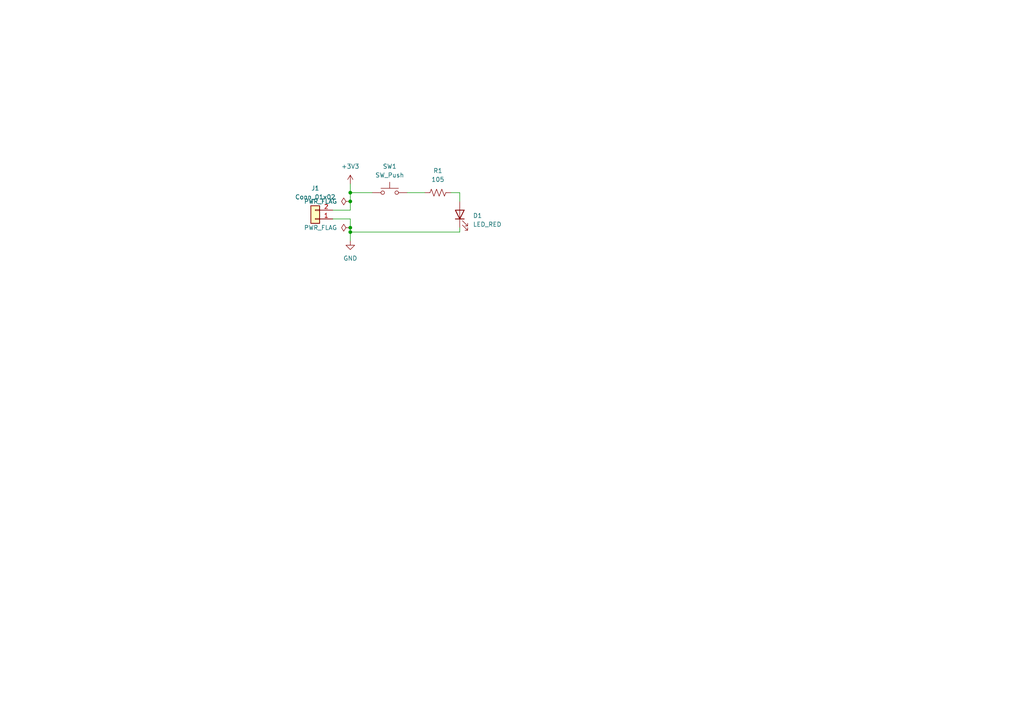
<source format=kicad_sch>
(kicad_sch (version 20231120) (generator "eeschema") (generator_version "8.0")
  (paper "A4")
  (lib_symbols
    (symbol "Connector_Generic:Conn_01x02" (pin_names (offset 1.016) hide)
      (property "Reference" "J" (at 0 2.54 0))
      (property "Value" "Conn_01x02" (at 0 -5.08 0))
      (symbol "Conn_01x02_1_1"
        (rectangle (start -1.27 -2.413) (end 0 -2.667) (stroke (width 0.1524)))
        (rectangle (start -1.27 0.127) (end 0 -0.127) (stroke (width 0.1524)))
        (rectangle (start -1.27 1.27) (end 1.27 -3.81) (stroke (width 0.254)) (fill (type background)))
        (pin passive line (at -5.08 0 0) (length 3.81) (name "Pin_1") (number "1"))
        (pin passive line (at -5.08 -2.54 0) (length 3.81) (name "Pin_2") (number "2"))
      )
    )
    (symbol "Device:LED" (pin_numbers hide) (pin_names (offset 1.016) hide)
      (property "Reference" "D" (at 0 2.54 0))
      (property "Value" "LED" (at 0 -2.54 0))
      (symbol "LED_0_1"
        (polyline (pts (xy -1.27 -1.27) (xy -1.27 1.27)) (stroke (width 0.254)))
        (polyline (pts (xy -1.27 0) (xy 1.27 0)))
        (polyline (pts (xy 1.27 -1.27) (xy 1.27 1.27) (xy -1.27 0) (xy 1.27 -1.27)) (stroke (width 0.254)))
        (polyline (pts (xy -3.048 -0.762) (xy -4.572 -2.286) (xy -3.81 -2.286) (xy -4.572 -2.286) (xy -4.572 -1.524)))
        (polyline (pts (xy -1.778 -0.762) (xy -3.302 -2.286) (xy -2.54 -2.286) (xy -3.302 -2.286) (xy -3.302 -1.524)))
      )
      (symbol "LED_1_1"
        (pin passive line (at -3.81 0 0) (length 2.54) (name "K") (number "1"))
        (pin passive line (at 3.81 0 180) (length 2.54) (name "A") (number "2"))
      )
    )
    (symbol "Device:R_US" (pin_numbers hide) (pin_names (offset 0))
      (property "Reference" "R" (at 2.54 0 90))
      (property "Value" "R_US" (at -2.54 0 90))
      (symbol "R_US_0_1"
        (polyline (pts (xy 0 -2.286) (xy 0 -2.54)))
        (polyline (pts (xy 0 2.286) (xy 0 2.54)))
        (polyline (pts (xy 0 -0.762) (xy 1.016 -1.143) (xy 0 -1.524) (xy -1.016 -1.905) (xy 0 -2.286)))
        (polyline (pts (xy 0 0.762) (xy 1.016 0.381) (xy 0 0) (xy -1.016 -0.381) (xy 0 -0.762)))
        (polyline (pts (xy 0 2.286) (xy 1.016 1.905) (xy 0 1.524) (xy -1.016 1.143) (xy 0 0.762)))
      )
      (symbol "R_US_1_1"
        (pin passive line (at 0 3.81 270) (length 1.27) (name "~") (number "1"))
        (pin passive line (at 0 -3.81 90) (length 1.27) (name "~") (number "2"))
      )
    )
    (symbol "Switch:SW_Push" (pin_numbers hide) (pin_names (offset 1.016) hide)
      (property "Reference" "SW" (at 1.27 2.54 0))
      (property "Value" "SW_Push" (at 0 -1.524 0))
      (symbol "SW_Push_0_1"
        (circle (center -2.032 0) (radius 0.508))
        (polyline (pts (xy 0 1.27) (xy 0 3.048)))
        (polyline (pts (xy 2.54 1.27) (xy -2.54 1.27)))
        (circle (center 2.032 0) (radius 0.508))
        (pin passive line (at -5.08 0 0) (length 2.54) (name "1") (number "1"))
        (pin passive line (at 5.08 0 180) (length 2.54) (name "2") (number "2"))
      )
    )
    (symbol "power:+3V3" (power) (pin_numbers hide) (pin_names (offset 0) hide)
      (property "Value" "+3V3" (at 0 3.556 0))
      (symbol "+3V3_0_1"
        (polyline (pts (xy -0.762 1.27) (xy 0 2.54)))
        (polyline (pts (xy 0 0) (xy 0 2.54)))
        (polyline (pts (xy 0 2.54) (xy 0.762 1.27)))
      )
      (symbol "+3V3_1_1"
        (pin power_in line (at 0 0 90) (length 0) (name "~") (number "1"))
      )
    )
    (symbol "power:GND" (power) (pin_numbers hide) (pin_names (offset 0) hide)
      (property "Value" "GND" (at 0 -3.81 0))
      (symbol "GND_0_1"
        (polyline (pts (xy 0 0) (xy 0 -1.27) (xy 1.27 -1.27) (xy 0 -2.54) (xy -1.27 -1.27) (xy 0 -1.27)))
      )
      (symbol "GND_1_1"
        (pin power_in line (at 0 0 270) (length 0) (name "~") (number "1"))
      )
    )
    (symbol "power:PWR_FLAG" (power) (pin_numbers hide) (pin_names (offset 0) hide)
      (property "Value" "PWR_FLAG" (at 0 3.81 0))
      (symbol "PWR_FLAG_0_0"
        (pin power_out line (at 0 0 90) (length 0) (name "~") (number "1"))
      )
      (symbol "PWR_FLAG_0_1"
        (polyline (pts (xy 0 0) (xy 0 1.27) (xy -1.016 1.905) (xy 0 2.54) (xy 1.016 1.905) (xy 0 1.27)))
      )
    )
  )
  (junction (at 101.6 55.88))
  (junction (at 101.6 58.42))
  (junction (at 101.6 67.31))
  (junction (at 101.6 66.04))
  (wire (pts (xy 96.52 63.5) (xy 101.6 63.5)))
  (wire (pts (xy 96.52 60.96) (xy 101.6 60.96)))
  (wire (pts (xy 101.6 55.88) (xy 101.6 58.42)))
  (wire (pts (xy 133.35 66.04) (xy 133.35 67.31)))
  (wire (pts (xy 101.6 66.04) (xy 101.6 63.5)))
  (wire (pts (xy 133.35 55.88) (xy 133.35 58.42)))
  (wire (pts (xy 133.35 67.31) (xy 101.6 67.31)))
  (wire (pts (xy 118.11 55.88) (xy 123.19 55.88)))
  (wire (pts (xy 101.6 67.31) (xy 101.6 66.04)))
  (wire (pts (xy 101.6 53.34) (xy 101.6 55.88)))
  (wire (pts (xy 101.6 58.42) (xy 101.6 60.96)))
  (wire (pts (xy 101.6 67.31) (xy 101.6 69.85)))
  (wire (pts (xy 101.6 55.88) (xy 107.95 55.88)))
  (wire (pts (xy 130.81 55.88) (xy 133.35 55.88)))
  (symbol (lib_id "power:+3V3") (at 101.6 53.34 0) (unit 1)
    (property "Reference" "#PWR01" (effects (hide yes)))
    (property "Value" "+3V3" (at 101.6 48.26 0))
    (property "Description" "Power symbol creates a global label with name \"+3V3\"" (effects (hide yes)))
  )
  (symbol (lib_id "power:PWR_FLAG") (at 101.6 66.04 90) (unit 1)
    (property "Reference" "#FLG02" (effects (hide yes)))
    (property "Value" "PWR_FLAG" (at 97.79 66.0399 90) (effects (justify left)))
    (property "Description" "Special symbol for telling ERC where power comes from" (effects (hide yes)))
  )
  (symbol (lib_id "power:PWR_FLAG") (at 101.6 58.42 90) (unit 1)
    (property "Reference" "#FLG01" (effects (hide yes)))
    (property "Value" "PWR_FLAG" (at 97.79 58.4199 90) (effects (justify left)))
    (property "Description" "Special symbol for telling ERC where power comes from" (effects (hide yes)))
  )
  (symbol (lib_id "power:GND") (at 101.6 69.85 0) (unit 1)
    (property "Reference" "#PWR02" (effects (hide yes)))
    (property "Value" "GND" (at 101.6 74.93 0))
    (property "Description" "Power symbol creates a global label with name \"GND\" , ground" (effects (hide yes)))
  )
  (symbol (lib_id "Device:LED") (at 133.35 62.23 90) (unit 1)
    (property "Reference" "D1" (at 137.16 62.5474 90) (effects (justify right)))
    (property "Value" "LED_RED" (at 137.16 65.0874 90) (effects (justify right)))
    (property "Footprint" "LED_SMD:LED_0201_0603Metric" (effects (hide yes)))
    (property "Description" "Light emitting diode" (effects (hide yes)))
  )
  (symbol (lib_id "Connector_Generic:Conn_01x02") (at 91.44 63.5 180) (unit 1)
    (property "Reference" "J1" (at 91.44 54.61 0))
    (property "Value" "Conn_01x02" (at 91.44 57.15 0))
    (property "Footprint" "Connector_Molex:Molex_KK-254_AE-6410-02A_1x02_P2.54mm_Vertical" (effects (hide yes)))
    (property "Datasheet" "https://www.molex.com/content/dam/molex/molex-dot-com/products/automated/en-us/salesdrawingpdf/641/6410/022272021_sd.pdf?inline" (effects (hide yes)))
    (property "Description" "Generic connector, single row, 01x02, script generated (kicad-library-utils/schlib/autogen/connector/)" (effects (hide yes)))
    (property "MPN" "022272021" (effects (hide yes)))
  )
  (symbol (lib_id "Device:R_US") (at 127 55.88 90) (unit 1)
    (property "Reference" "R1" (at 127 49.53 90))
    (property "Value" "105" (at 127 52.07 90))
    (property "Footprint" "Resistor_SMD:R_0603_1608Metric_Pad0.98x0.95mm_HandSolder" (effects (hide yes)))
    (property "Description" "Resistor, US symbol" (effects (hide yes)))
  )
  (symbol (lib_id "Switch:SW_Push") (at 113.03 55.88 0) (unit 1)
    (property "Reference" "SW1" (at 113.03 48.26 0))
    (property "Value" "SW_Push" (at 113.03 50.8 0))
    (property "Footprint" "Button_Switch_SMD:SW_DIP_SPSTx01_Slide_6.7x4.1mm_W6.73mm_P2.54mm_LowProfile_JPin" (effects (hide yes)))
    (property "Datasheet" "https://www.digikey.com/en/products/detail/te-connectivity-alcoswitch-switches/1825910-6/1632536?utm_adgroup=Supplier_TE&utm_source=google&utm_medium=cpc&utm_campaign=EN_Product_SKU_MBR&utm_term=%2B1825910-6&utm_content=Supplier_TE&gclid=Cj0KCQjwp4j6BRCRARIsAGq4yMGhBEsv1v5KcRzgW34aOMlPkoRB4A-7BCN08FfGaiq_Dk_nlKJ0QU8aAhZPEALw_wcB" (effects (hide yes)))
    (property "Description" "Push button switch, generic, two pins" (effects (hide yes)))
    (property "MPN" "1825910-6" (effects (hide yes)))
  )
)
</source>
